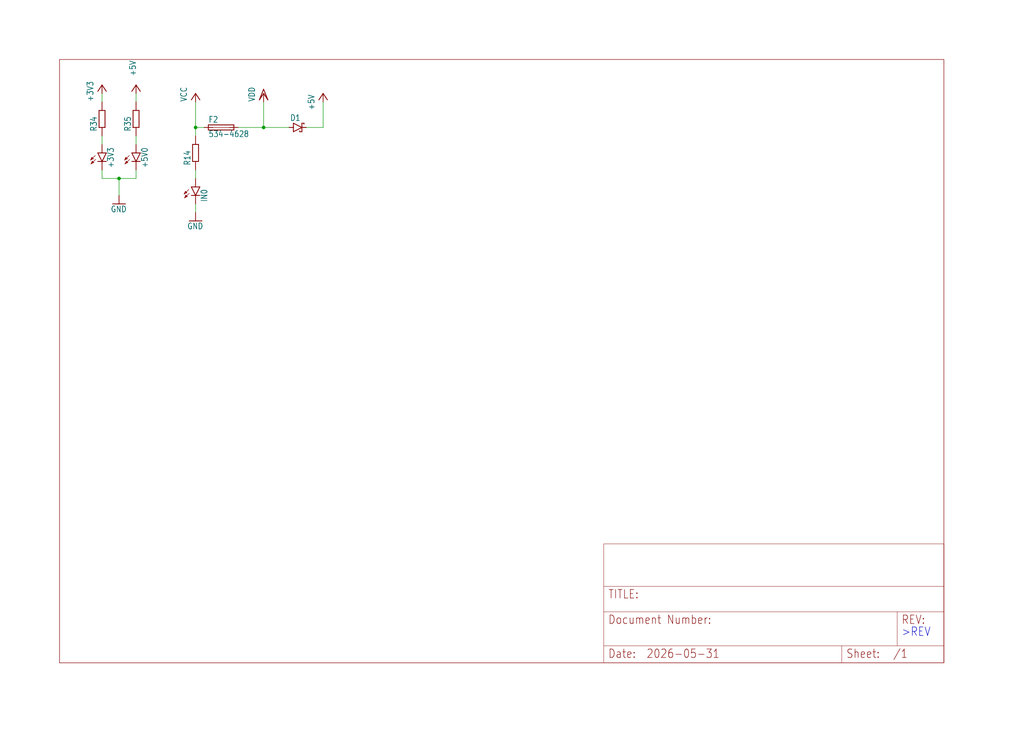
<source format=kicad_sch>
(kicad_sch (version 20230121) (generator eeschema)
  (paper "User" 305.867 218.491)
  (lib_symbols
    (symbol "Edurob-eagle-import:+3V3" (power)
      (property "Value" "+3V3" (at -2.54 -5.08 90))
      (symbol "+3V3_1_0"
        (polyline (pts (xy 0 0) (xy -1.27 -1.905)) (stroke (width 0.254)))
        (polyline (pts (xy 1.27 -1.905) (xy 0 0)) (stroke (width 0.254)))
        (pin power_in line (at 0 -2.54 90) (length 2.54) (name "+3V3") (number "1"))
      )
    )
    (symbol "Edurob-eagle-import:+5V" (power)
      (property "Value" "+5V" (at -2.54 -5.08 90))
      (symbol "+5V_1_0"
        (polyline (pts (xy 0 0) (xy -1.27 -1.905)) (stroke (width 0.254)))
        (polyline (pts (xy 1.27 -1.905) (xy 0 0)) (stroke (width 0.254)))
        (pin power_in line (at 0 -2.54 90) (length 2.54) (name "+5V") (number "1"))
      )
    )
    (symbol "Edurob-eagle-import:DINA4_L"
      (symbol "DINA4_L_1_0"
        (polyline (pts (xy 0 0) (xy 264.16 0) (xy 264.16 180.34) (xy 0 180.34) (xy 0 0)))
      )
      (symbol "DINA4_L_2_0"
        (polyline (pts (xy 0 0) (xy 0 5.08)) (stroke (width 0.1016)))
        (polyline (pts (xy 0 0) (xy 71.12 0)) (stroke (width 0.1016)))
        (polyline (pts (xy 0 5.08) (xy 0 15.24)) (stroke (width 0.1016)))
        (polyline (pts (xy 0 5.08) (xy 71.12 5.08)) (stroke (width 0.1016)))
        (polyline (pts (xy 0 15.24) (xy 0 22.86)) (stroke (width 0.1016)))
        (polyline (pts (xy 0 22.86) (xy 0 35.56)) (stroke (width 0.1016)))
        (polyline (pts (xy 0 22.86) (xy 101.6 22.86)) (stroke (width 0.1016)))
        (polyline (pts (xy 71.12 0) (xy 101.6 0)) (stroke (width 0.1016)))
        (polyline (pts (xy 71.12 5.08) (xy 71.12 0)) (stroke (width 0.1016)))
        (polyline (pts (xy 71.12 5.08) (xy 87.63 5.08)) (stroke (width 0.1016)))
        (polyline (pts (xy 87.63 5.08) (xy 101.6 5.08)) (stroke (width 0.1016)))
        (polyline (pts (xy 87.63 15.24) (xy 0 15.24)) (stroke (width 0.1016)))
        (polyline (pts (xy 87.63 15.24) (xy 87.63 5.08)) (stroke (width 0.1016)))
        (polyline (pts (xy 101.6 5.08) (xy 101.6 0)) (stroke (width 0.1016)))
        (polyline (pts (xy 101.6 15.24) (xy 87.63 15.24)) (stroke (width 0.1016)))
        (polyline (pts (xy 101.6 15.24) (xy 101.6 5.08)) (stroke (width 0.1016)))
        (polyline (pts (xy 101.6 22.86) (xy 101.6 15.24)) (stroke (width 0.1016)))
        (polyline (pts (xy 101.6 35.56) (xy 0 35.56)) (stroke (width 0.1016)))
        (polyline (pts (xy 101.6 35.56) (xy 101.6 22.86)) (stroke (width 0.1016)))
        (text "${#}/${##}" (at 86.36 1.27 0) (effects (font (size 2.54 2.159)) (justify left bottom)))
        (text "${CURRENT_DATE}" (at 12.7 1.27 0) (effects (font (size 2.54 2.159)) (justify left bottom)))
        (text "${PROJECTNAME}" (at 17.78 19.05 0) (effects (font (size 2.54 2.159)) (justify left bottom)))
        (text "Date:" (at 1.27 1.27 0) (effects (font (size 2.54 2.159)) (justify left bottom)))
        (text "Document Number:" (at 1.27 11.43 0) (effects (font (size 2.54 2.159)) (justify left bottom)))
        (text "REV:" (at 88.9 11.43 0) (effects (font (size 2.54 2.159)) (justify left bottom)))
        (text "Sheet:" (at 72.39 1.27 0) (effects (font (size 2.54 2.159)) (justify left bottom)))
        (text "TITLE:" (at 1.27 19.05 0) (effects (font (size 2.54 2.159)) (justify left bottom)))
      )
    )
    (symbol "Edurob-eagle-import:GND" (power)
      (property "Value" "GND" (at -2.54 -2.54 0))
      (symbol "GND_1_0"
        (polyline (pts (xy -1.905 0) (xy 1.905 0)) (stroke (width 0.254)))
        (pin power_in line (at 0 2.54 270) (length 2.54) (name "GND") (number "1"))
      )
    )
    (symbol "Edurob-eagle-import:LEDCHIP-LED0805"
      (property "Reference" "LED" (at 3.556 -4.572 90))
      (symbol "LEDCHIP-LED0805_1_0"
        (polyline (pts (xy -2.032 -0.762) (xy -3.429 -2.159)) (stroke (width 0.1524)))
        (polyline (pts (xy -1.905 -1.905) (xy -3.302 -3.302)) (stroke (width 0.1524)))
        (polyline (pts (xy 0 -2.54) (xy -1.27 -2.54)) (stroke (width 0.254)))
        (polyline (pts (xy 0 -2.54) (xy -1.27 0)) (stroke (width 0.254)))
        (polyline (pts (xy 0 0) (xy -1.27 0)) (stroke (width 0.254)))
        (polyline (pts (xy 1.27 -2.54) (xy 0 -2.54)) (stroke (width 0.254)))
        (polyline (pts (xy 1.27 0) (xy 0 -2.54)) (stroke (width 0.254)))
        (polyline (pts (xy 1.27 0) (xy 0 0)) (stroke (width 0.254)))
        (polyline (pts (xy -3.429 -2.159) (xy -3.048 -1.27) (xy -2.54 -1.778)) (stroke (width 0.1524)) (fill (type outline)))
        (polyline (pts (xy -3.302 -3.302) (xy -2.921 -2.413) (xy -2.413 -2.921)) (stroke (width 0.1524)) (fill (type outline)))
        (pin passive line (at 0 2.54 270) (length 2.54) (name "A") (number "A"))
        (pin passive line (at 0 -5.08 90) (length 2.54) (name "C") (number "C"))
      )
    )
    (symbol "Edurob-eagle-import:R-EU_R0805"
      (property "Reference" "R" (at -3.81 1.4986 0))
      (symbol "R-EU_R0805_1_0"
        (polyline (pts (xy -2.54 -0.889) (xy -2.54 0.889)) (stroke (width 0.254)))
        (polyline (pts (xy -2.54 -0.889) (xy 2.54 -0.889)) (stroke (width 0.254)))
        (polyline (pts (xy 2.54 -0.889) (xy 2.54 0.889)) (stroke (width 0.254)))
        (polyline (pts (xy 2.54 0.889) (xy -2.54 0.889)) (stroke (width 0.254)))
        (pin passive line (at -5.08 0 0) (length 2.54) (name "1") (number "1"))
        (pin passive line (at 5.08 0 180) (length 2.54) (name "2") (number "2"))
      )
    )
    (symbol "Edurob-eagle-import:SCHOTTKY-DIODESMD"
      (property "Reference" "D" (at -2.286 1.905 0))
      (symbol "SCHOTTKY-DIODESMD_1_0"
        (polyline (pts (xy -1.27 -1.27) (xy 1.27 0)) (stroke (width 0.254)))
        (polyline (pts (xy -1.27 0) (xy -2.54 0)) (stroke (width 0.254)))
        (polyline (pts (xy -1.27 0) (xy -1.27 -1.27)) (stroke (width 0.254)))
        (polyline (pts (xy -1.27 1.27) (xy -1.27 0)) (stroke (width 0.254)))
        (polyline (pts (xy 0.635 -1.016) (xy 0.635 -1.27)) (stroke (width 0.254)))
        (polyline (pts (xy 1.27 -1.27) (xy 0.635 -1.27)) (stroke (width 0.254)))
        (polyline (pts (xy 1.27 0) (xy -1.27 1.27)) (stroke (width 0.254)))
        (polyline (pts (xy 1.27 0) (xy 1.27 -1.27)) (stroke (width 0.254)))
        (polyline (pts (xy 1.27 0) (xy 2.54 0)) (stroke (width 0.254)))
        (polyline (pts (xy 1.27 1.27) (xy 1.27 0)) (stroke (width 0.254)))
        (polyline (pts (xy 1.905 1.27) (xy 1.27 1.27)) (stroke (width 0.254)))
        (polyline (pts (xy 1.905 1.27) (xy 1.905 1.016)) (stroke (width 0.254)))
        (pin passive line (at -2.54 0 0) (length 0) (name "A") (number "A"))
        (pin passive line (at 2.54 0 180) (length 0) (name "C") (number "C"))
      )
    )
    (symbol "Edurob-eagle-import:SH22,5"
      (property "Reference" "F" (at -3.81 1.397 0))
      (symbol "SH22,5_1_0"
        (polyline (pts (xy -3.81 -0.762) (xy 3.81 -0.762)) (stroke (width 0.254)))
        (polyline (pts (xy -3.81 0.762) (xy -3.81 -0.762)) (stroke (width 0.254)))
        (polyline (pts (xy -2.54 0) (xy 2.54 0)) (stroke (width 0.1524)))
        (polyline (pts (xy 3.81 -0.762) (xy 3.81 0.762)) (stroke (width 0.254)))
        (polyline (pts (xy 3.81 0.762) (xy -3.81 0.762)) (stroke (width 0.254)))
        (pin passive line (at -5.08 0 0) (length 2.54) (name "1") (number "1"))
        (pin passive line (at 5.08 0 180) (length 2.54) (name "2") (number "2"))
      )
    )
    (symbol "Edurob-eagle-import:VCC" (power)
      (property "Value" "VCC" (at -2.54 -2.54 90))
      (symbol "VCC_1_0"
        (polyline (pts (xy 0 0) (xy -1.27 -1.905)) (stroke (width 0.254)))
        (polyline (pts (xy 1.27 -1.905) (xy 0 0)) (stroke (width 0.254)))
        (pin power_in line (at 0 -2.54 90) (length 2.54) (name "VCC") (number "1"))
      )
    )
    (symbol "Edurob-eagle-import:VDD" (power)
      (property "Value" "VDD" (at -2.54 -2.54 90))
      (symbol "VDD_1_0"
        (polyline (pts (xy 0 0) (xy -1.27 -1.905)) (stroke (width 0.254)))
        (polyline (pts (xy 0 1.27) (xy -1.27 -1.905)) (stroke (width 0.254)))
        (polyline (pts (xy 1.27 -1.905) (xy 0 0)) (stroke (width 0.254)))
        (polyline (pts (xy 1.27 -1.905) (xy 0 1.27)) (stroke (width 0.254)))
        (pin power_in line (at 0 -2.54 90) (length 2.54) (name "VDD") (number "1"))
      )
    )
  )
  (junction (at 78.74 38.1))
  (junction (at 35.56 53.34))
  (junction (at 58.42 38.1))
  (wire (pts (xy 30.48 27.94) (xy 30.48 30.48)) (stroke (width 0.1524)))
  (wire (pts (xy 30.48 40.64) (xy 30.48 43.18)) (stroke (width 0.1524)))
  (wire (pts (xy 78.74 30.48) (xy 78.74 38.1)) (stroke (width 0.1524)))
  (wire (pts (xy 35.56 53.34) (xy 30.48 53.34)) (stroke (width 0.1524)))
  (wire (pts (xy 58.42 38.1) (xy 58.42 30.48)) (stroke (width 0.1524)))
  (wire (pts (xy 40.64 27.94) (xy 40.64 30.48)) (stroke (width 0.1524)))
  (wire (pts (xy 40.64 50.8) (xy 40.64 53.34)) (stroke (width 0.1524)))
  (wire (pts (xy 78.74 38.1) (xy 71.12 38.1)) (stroke (width 0.1524)))
  (wire (pts (xy 35.56 58.42) (xy 35.56 53.34)) (stroke (width 0.1524)))
  (wire (pts (xy 58.42 53.34) (xy 58.42 50.8)) (stroke (width 0.1524)))
  (wire (pts (xy 91.44 38.1) (xy 96.52 38.1)) (stroke (width 0.1524)))
  (wire (pts (xy 58.42 63.5) (xy 58.42 60.96)) (stroke (width 0.1524)))
  (wire (pts (xy 30.48 50.8) (xy 30.48 53.34)) (stroke (width 0.1524)))
  (wire (pts (xy 60.96 38.1) (xy 58.42 38.1)) (stroke (width 0.1524)))
  (wire (pts (xy 86.36 38.1) (xy 78.74 38.1)) (stroke (width 0.1524)))
  (wire (pts (xy 40.64 40.64) (xy 40.64 43.18)) (stroke (width 0.1524)))
  (wire (pts (xy 96.52 38.1) (xy 96.52 30.48)) (stroke (width 0.1524)))
  (wire (pts (xy 35.56 53.34) (xy 40.64 53.34)) (stroke (width 0.1524)))
  (wire (pts (xy 58.42 40.64) (xy 58.42 38.1)) (stroke (width 0.1524)))
  (text ">REV" (at 269.24 190.5 0) (effects (font (size 2.54 2.159)) (justify left bottom)))
  (text "${SHEETNAME}" (at 182.88 172.72 0) (effects (font (size 6.4516 5.4838)) (justify left bottom)))
  (symbol (lib_id "Edurob-eagle-import:DINA4_L") (at 17.78 198.12 0) (unit 1)
    (property "Reference" "#FRAME2" (effects hide))
    (property "Value" "DINA4_L" (effects hide))
  )
  (symbol (lib_id "Edurob-eagle-import:+5V") (at 96.52 27.94 0) (unit 1)
    (property "Reference" "#P+7" (effects hide))
    (property "Value" "+5V" (at 93.98 33.02 90) (effects (font (size 1.778 1.5113)) (justify left bottom)))
  )
  (symbol (lib_id "Edurob-eagle-import:SH22,5") (at 66.04 38.1 0) (unit 1)
    (property "Reference" "F2" (at 62.23 36.703 0) (effects (font (size 1.778 1.5113)) (justify left bottom)))
    (property "Value" "534-4628" (at 62.23 41.021 0) (effects (font (size 1.778 1.5113)) (justify left bottom)))
    (property "Footprint" "Edurob:SH22,5" (effects hide))
  )
  (symbol (lib_id "Edurob-eagle-import:LEDCHIP-LED0805") (at 40.64 45.72 0) (unit 1)
    (property "Reference" "+5V0" (at 44.196 50.292 90) (effects (font (size 1.778 1.5113)) (justify left bottom)))
    (property "Value" "LEDCHIP-LED0805" (effects hide))
    (property "Footprint" "Edurob:CHIP-LED0805" (effects hide))
  )
  (symbol (lib_id "Edurob-eagle-import:LEDCHIP-LED0805") (at 30.48 45.72 0) (unit 1)
    (property "Reference" "+3V3" (at 34.036 50.292 90) (effects (font (size 1.778 1.5113)) (justify left bottom)))
    (property "Value" "LEDCHIP-LED0805" (effects hide))
    (property "Footprint" "Edurob:CHIP-LED0805" (effects hide))
  )
  (symbol (lib_id "Edurob-eagle-import:+5V") (at 40.64 25.4 0) (unit 1)
    (property "Reference" "#P+6" (effects hide))
    (property "Value" "+5V" (at 40.64 22.86 90) (effects (font (size 1.778 1.5113)) (justify left bottom)))
  )
  (symbol (lib_id "Edurob-eagle-import:GND") (at 35.56 60.96 0) (unit 1)
    (property "Reference" "#GND1" (effects hide))
    (property "Value" "GND" (at 33.02 63.5 0) (effects (font (size 1.778 1.5113)) (justify left bottom)))
  )
  (symbol (lib_id "Edurob-eagle-import:R-EU_R0805") (at 58.42 45.72 90) (unit 1)
    (property "Reference" "R14" (at 56.9214 49.53 0) (effects (font (size 1.778 1.5113)) (justify left bottom)))
    (property "Value" "R-EU_R0805" (effects hide))
    (property "Footprint" "Edurob:R0805" (effects hide))
  )
  (symbol (lib_id "Edurob-eagle-import:GND") (at 58.42 66.04 0) (unit 1)
    (property "Reference" "#GND11" (effects hide))
    (property "Value" "GND" (at 55.88 68.58 0) (effects (font (size 1.778 1.5113)) (justify left bottom)))
  )
  (symbol (lib_id "Edurob-eagle-import:SCHOTTKY-DIODESMD") (at 88.9 38.1 0) (unit 1)
    (property "Reference" "D1" (at 86.614 36.195 0) (effects (font (size 1.778 1.5113)) (justify left bottom)))
    (property "Value" "SCHOTTKY-DIODESMD" (effects hide))
    (property "Footprint" "Edurob:SMB" (effects hide))
  )
  (symbol (lib_id "Edurob-eagle-import:+3V3") (at 30.48 25.4 0) (unit 1)
    (property "Reference" "#+3V1" (effects hide))
    (property "Value" "+3V3" (at 27.94 30.48 90) (effects (font (size 1.778 1.5113)) (justify left bottom)))
  )
  (symbol (lib_id "Edurob-eagle-import:VCC") (at 58.42 27.94 0) (unit 1)
    (property "Reference" "#P+5" (effects hide))
    (property "Value" "VCC" (at 55.88 30.48 90) (effects (font (size 1.778 1.5113)) (justify left bottom)))
  )
  (symbol (lib_id "Edurob-eagle-import:LEDCHIP-LED0805") (at 58.42 55.88 0) (unit 1)
    (property "Reference" "IN0" (at 61.976 60.452 90) (effects (font (size 1.778 1.5113)) (justify left bottom)))
    (property "Value" "LEDCHIP-LED0805" (effects hide))
    (property "Footprint" "Edurob:CHIP-LED0805" (effects hide))
  )
  (symbol (lib_id "Edurob-eagle-import:R-EU_R0805") (at 30.48 35.56 90) (unit 1)
    (property "Reference" "R34" (at 28.9814 39.37 0) (effects (font (size 1.778 1.5113)) (justify left bottom)))
    (property "Value" "R-EU_R0805" (effects hide))
    (property "Footprint" "Edurob:R0805" (effects hide))
  )
  (symbol (lib_id "Edurob-eagle-import:DINA4_L") (at 180.34 198.12 0) (unit 2)
    (property "Reference" "#FRAME2" (effects hide))
    (property "Value" "DINA4_L" (effects hide))
  )
  (symbol (lib_id "Edurob-eagle-import:R-EU_R0805") (at 40.64 35.56 90) (unit 1)
    (property "Reference" "R35" (at 39.1414 39.37 0) (effects (font (size 1.778 1.5113)) (justify left bottom)))
    (property "Value" "R-EU_R0805" (effects hide))
    (property "Footprint" "Edurob:R0805" (effects hide))
  )
  (symbol (lib_id "Edurob-eagle-import:VDD") (at 78.74 27.94 0) (unit 1)
    (property "Reference" "#VDD3" (effects hide))
    (property "Value" "VDD" (at 76.2 30.48 90) (effects (font (size 1.778 1.5113)) (justify left bottom)))
  )
)
</source>
